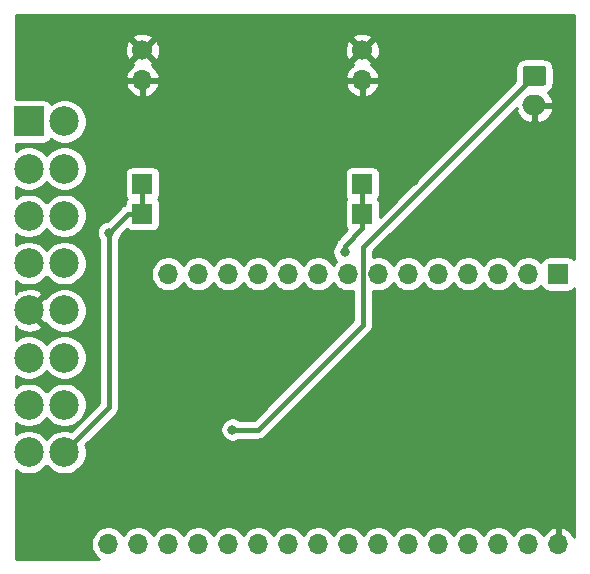
<source format=gbr>
%TF.GenerationSoftware,KiCad,Pcbnew,(5.1.10)-1*%
%TF.CreationDate,2021-07-24T11:50:19+02:00*%
%TF.ProjectId,pcb-esp32-power,7063622d-6573-4703-9332-2d706f776572,rev?*%
%TF.SameCoordinates,Original*%
%TF.FileFunction,Copper,L2,Bot*%
%TF.FilePolarity,Positive*%
%FSLAX46Y46*%
G04 Gerber Fmt 4.6, Leading zero omitted, Abs format (unit mm)*
G04 Created by KiCad (PCBNEW (5.1.10)-1) date 2021-07-24 11:50:19*
%MOMM*%
%LPD*%
G01*
G04 APERTURE LIST*
%TA.AperFunction,ComponentPad*%
%ADD10C,1.700000*%
%TD*%
%TA.AperFunction,ComponentPad*%
%ADD11O,1.700000X1.700000*%
%TD*%
%TA.AperFunction,ComponentPad*%
%ADD12R,1.700000X1.700000*%
%TD*%
%TA.AperFunction,ComponentPad*%
%ADD13O,2.000000X1.700000*%
%TD*%
%TA.AperFunction,ComponentPad*%
%ADD14R,2.500000X2.500000*%
%TD*%
%TA.AperFunction,ComponentPad*%
%ADD15C,2.500000*%
%TD*%
%TA.AperFunction,ViaPad*%
%ADD16C,0.800000*%
%TD*%
%TA.AperFunction,Conductor*%
%ADD17C,0.400000*%
%TD*%
%TA.AperFunction,Conductor*%
%ADD18C,0.254000*%
%TD*%
%TA.AperFunction,Conductor*%
%ADD19C,0.100000*%
%TD*%
G04 APERTURE END LIST*
D10*
%TO.P,U1,4*%
%TO.N,GND*%
X137766000Y-90282000D03*
D11*
%TO.P,U1,3*%
X137766000Y-92822000D03*
D10*
%TO.P,U1,8*%
X156366000Y-90282000D03*
D12*
%TO.P,U1,2*%
%TO.N,+12V*%
X137766000Y-101582000D03*
%TO.P,U1,6*%
%TO.N,5VIN*%
X156366000Y-101582000D03*
D11*
%TO.P,U1,7*%
%TO.N,GND*%
X156366000Y-92822000D03*
D12*
%TO.P,U1,1*%
%TO.N,+12V*%
X137766000Y-104122000D03*
%TO.P,U1,5*%
%TO.N,5VIN*%
X156366000Y-104122000D03*
%TD*%
%TO.P,J2,1*%
%TO.N,+BATT*%
%TA.AperFunction,ComponentPad*%
G36*
G01*
X170192000Y-91606000D02*
X171692000Y-91606000D01*
G75*
G02*
X171942000Y-91856000I0J-250000D01*
G01*
X171942000Y-93056000D01*
G75*
G02*
X171692000Y-93306000I-250000J0D01*
G01*
X170192000Y-93306000D01*
G75*
G02*
X169942000Y-93056000I0J250000D01*
G01*
X169942000Y-91856000D01*
G75*
G02*
X170192000Y-91606000I250000J0D01*
G01*
G37*
%TD.AperFunction*%
D13*
%TO.P,J2,2*%
%TO.N,GND*%
X170942000Y-94956000D03*
%TD*%
D12*
%TO.P,J3,1*%
%TO.N,+3V3*%
X172974000Y-109220000D03*
D11*
%TO.P,J3,2*%
%TO.N,Net-(J3-Pad2)*%
X170434000Y-109220000D03*
%TO.P,J3,3*%
%TO.N,Net-(J3-Pad3)*%
X167894000Y-109220000D03*
%TO.P,J3,4*%
%TO.N,Net-(J3-Pad4)*%
X165354000Y-109220000D03*
%TO.P,J3,5*%
%TO.N,Net-(J3-Pad5)*%
X162814000Y-109220000D03*
%TO.P,J3,6*%
%TO.N,EXTPOW*%
X160274000Y-109220000D03*
%TO.P,J3,7*%
%TO.N,Net-(J3-Pad7)*%
X157734000Y-109220000D03*
%TO.P,J3,8*%
%TO.N,Net-(J3-Pad8)*%
X155194000Y-109220000D03*
%TO.P,J3,9*%
%TO.N,Net-(J3-Pad9)*%
X152654000Y-109220000D03*
%TO.P,J3,10*%
%TO.N,Net-(J3-Pad10)*%
X150114000Y-109220000D03*
%TO.P,J3,11*%
%TO.N,INT*%
X147574000Y-109220000D03*
%TO.P,J3,12*%
%TO.N,Net-(J3-Pad12)*%
X145034000Y-109220000D03*
%TO.P,J3,13*%
%TO.N,Net-(J3-Pad13)*%
X142494000Y-109220000D03*
%TO.P,J3,14*%
%TO.N,Net-(J3-Pad14)*%
X139954000Y-109220000D03*
%TO.P,J3,15*%
%TO.N,CANH*%
X134874000Y-132080000D03*
%TO.P,J3,16*%
%TO.N,CANL*%
X137414000Y-132080000D03*
%TO.P,J3,17*%
%TO.N,Net-(J3-Pad17)*%
X139954000Y-132080000D03*
%TO.P,J3,18*%
%TO.N,Net-(J3-Pad18)*%
X142494000Y-132080000D03*
%TO.P,J3,19*%
%TO.N,Net-(J3-Pad19)*%
X145034000Y-132080000D03*
%TO.P,J3,20*%
%TO.N,Net-(J3-Pad20)*%
X147574000Y-132080000D03*
%TO.P,J3,21*%
%TO.N,Net-(J3-Pad21)*%
X150114000Y-132080000D03*
%TO.P,J3,22*%
%TO.N,Net-(J3-Pad22)*%
X152654000Y-132080000D03*
%TO.P,J3,23*%
%TO.N,Net-(J3-Pad23)*%
X155194000Y-132080000D03*
%TO.P,J3,24*%
%TO.N,Net-(J3-Pad24)*%
X157734000Y-132080000D03*
%TO.P,J3,25*%
%TO.N,SDA*%
X160274000Y-132080000D03*
%TO.P,J3,26*%
%TO.N,Net-(J3-Pad26)*%
X162814000Y-132080000D03*
%TO.P,J3,27*%
%TO.N,Net-(J3-Pad27)*%
X165354000Y-132080000D03*
%TO.P,J3,28*%
%TO.N,SCL*%
X167894000Y-132080000D03*
%TO.P,J3,29*%
%TO.N,Net-(J3-Pad29)*%
X170434000Y-132080000D03*
%TO.P,J3,30*%
%TO.N,GND*%
X172974000Y-132080000D03*
%TD*%
D14*
%TO.P,J1,1*%
%TO.N,Net-(J1-Pad1)*%
X128143000Y-96307000D03*
D15*
%TO.P,J1,2*%
%TO.N,Net-(J1-Pad2)*%
X128143000Y-100307000D03*
%TO.P,J1,3*%
%TO.N,Net-(J1-Pad3)*%
X128143000Y-104307000D03*
%TO.P,J1,4*%
%TO.N,Net-(J1-Pad4)*%
X128143000Y-108307000D03*
%TO.P,J1,5*%
%TO.N,GND*%
X128143000Y-112307000D03*
%TO.P,J1,6*%
%TO.N,CANH*%
X128143000Y-116307000D03*
%TO.P,J1,7*%
%TO.N,Net-(J1-Pad7)*%
X128143000Y-120307000D03*
%TO.P,J1,8*%
%TO.N,Net-(J1-Pad8)*%
X128143000Y-124307000D03*
%TO.P,J1,9*%
%TO.N,Net-(J1-Pad9)*%
X131143000Y-96307000D03*
%TO.P,J1,10*%
%TO.N,Net-(J1-Pad10)*%
X131143000Y-100307000D03*
%TO.P,J1,11*%
%TO.N,Net-(J1-Pad11)*%
X131143000Y-104307000D03*
%TO.P,J1,12*%
%TO.N,Net-(J1-Pad12)*%
X131143000Y-108307000D03*
%TO.P,J1,13*%
%TO.N,Net-(J1-Pad13)*%
X131143000Y-112307000D03*
%TO.P,J1,14*%
%TO.N,CANL*%
X131143000Y-116307000D03*
%TO.P,J1,15*%
%TO.N,Net-(J1-Pad15)*%
X131143000Y-120307000D03*
%TO.P,J1,16*%
%TO.N,+12V*%
X131143000Y-124307000D03*
%TD*%
D16*
%TO.N,+BATT*%
X145376900Y-122405200D03*
%TO.N,GND*%
X144907000Y-116052633D03*
X144907000Y-114935000D03*
X154870800Y-122680700D03*
X140551300Y-120206300D03*
X151892000Y-125006600D03*
X163131000Y-122783700D03*
X160724700Y-97586500D03*
X153930000Y-112274000D03*
X149617900Y-112149600D03*
X133924000Y-94052300D03*
X161443100Y-89651600D03*
X169658100Y-112289700D03*
X162052000Y-113450500D03*
X160724700Y-101321700D03*
X160731700Y-93825700D03*
X168815100Y-100285400D03*
X144907000Y-118287900D03*
X144907000Y-117170266D03*
X146177000Y-117170266D03*
X146177000Y-114935000D03*
X146177000Y-118287900D03*
X146177000Y-116052633D03*
%TO.N,+12V*%
X134927100Y-105726700D03*
%TO.N,5VIN*%
X154884000Y-107355700D03*
%TD*%
D17*
%TO.N,+BATT*%
X170942000Y-92456000D02*
X156464000Y-106934000D01*
X156464000Y-106934000D02*
X156464000Y-113507400D01*
X156464000Y-113507400D02*
X147566200Y-122405200D01*
X147566200Y-122405200D02*
X145376900Y-122405200D01*
%TO.N,+12V*%
X137766000Y-104122000D02*
X136515700Y-104122000D01*
X131143000Y-124307000D02*
X134927100Y-120522900D01*
X134927100Y-120522900D02*
X134927100Y-105726700D01*
X134927100Y-105726700D02*
X136515700Y-104138100D01*
X136515700Y-104138100D02*
X136515700Y-104122000D01*
X137766000Y-104122000D02*
X137766000Y-101582000D01*
%TO.N,5VIN*%
X156366000Y-104122000D02*
X156366000Y-105372300D01*
X156366000Y-105372300D02*
X154884000Y-106854300D01*
X154884000Y-106854300D02*
X154884000Y-107355700D01*
X156366000Y-104122000D02*
X156366000Y-101582000D01*
%TD*%
D18*
%TO.N,GND*%
X174340000Y-107997793D02*
X174275185Y-107918815D01*
X174178494Y-107839463D01*
X174068180Y-107780498D01*
X173948482Y-107744188D01*
X173824000Y-107731928D01*
X172124000Y-107731928D01*
X171999518Y-107744188D01*
X171879820Y-107780498D01*
X171769506Y-107839463D01*
X171672815Y-107918815D01*
X171593463Y-108015506D01*
X171534498Y-108125820D01*
X171512487Y-108198380D01*
X171380632Y-108066525D01*
X171137411Y-107904010D01*
X170867158Y-107792068D01*
X170580260Y-107735000D01*
X170287740Y-107735000D01*
X170000842Y-107792068D01*
X169730589Y-107904010D01*
X169487368Y-108066525D01*
X169280525Y-108273368D01*
X169164000Y-108447760D01*
X169047475Y-108273368D01*
X168840632Y-108066525D01*
X168597411Y-107904010D01*
X168327158Y-107792068D01*
X168040260Y-107735000D01*
X167747740Y-107735000D01*
X167460842Y-107792068D01*
X167190589Y-107904010D01*
X166947368Y-108066525D01*
X166740525Y-108273368D01*
X166624000Y-108447760D01*
X166507475Y-108273368D01*
X166300632Y-108066525D01*
X166057411Y-107904010D01*
X165787158Y-107792068D01*
X165500260Y-107735000D01*
X165207740Y-107735000D01*
X164920842Y-107792068D01*
X164650589Y-107904010D01*
X164407368Y-108066525D01*
X164200525Y-108273368D01*
X164084000Y-108447760D01*
X163967475Y-108273368D01*
X163760632Y-108066525D01*
X163517411Y-107904010D01*
X163247158Y-107792068D01*
X162960260Y-107735000D01*
X162667740Y-107735000D01*
X162380842Y-107792068D01*
X162110589Y-107904010D01*
X161867368Y-108066525D01*
X161660525Y-108273368D01*
X161544000Y-108447760D01*
X161427475Y-108273368D01*
X161220632Y-108066525D01*
X160977411Y-107904010D01*
X160707158Y-107792068D01*
X160420260Y-107735000D01*
X160127740Y-107735000D01*
X159840842Y-107792068D01*
X159570589Y-107904010D01*
X159327368Y-108066525D01*
X159120525Y-108273368D01*
X159004000Y-108447760D01*
X158887475Y-108273368D01*
X158680632Y-108066525D01*
X158437411Y-107904010D01*
X158167158Y-107792068D01*
X157880260Y-107735000D01*
X157587740Y-107735000D01*
X157300842Y-107792068D01*
X157299000Y-107792831D01*
X157299000Y-107279867D01*
X169445000Y-95133869D01*
X169350524Y-95312890D01*
X169352446Y-95325261D01*
X169452146Y-95599009D01*
X169603336Y-95848046D01*
X169800205Y-96062802D01*
X170035188Y-96235025D01*
X170299255Y-96358096D01*
X170582258Y-96427285D01*
X170815000Y-96283232D01*
X170815000Y-95083000D01*
X171069000Y-95083000D01*
X171069000Y-96283232D01*
X171301742Y-96427285D01*
X171584745Y-96358096D01*
X171848812Y-96235025D01*
X172083795Y-96062802D01*
X172280664Y-95848046D01*
X172431854Y-95599009D01*
X172531554Y-95325261D01*
X172533476Y-95312890D01*
X172412155Y-95083000D01*
X171069000Y-95083000D01*
X170815000Y-95083000D01*
X170795000Y-95083000D01*
X170795000Y-94829000D01*
X170815000Y-94829000D01*
X170815000Y-94809000D01*
X171069000Y-94809000D01*
X171069000Y-94829000D01*
X172412155Y-94829000D01*
X172533476Y-94599110D01*
X172531554Y-94586739D01*
X172431854Y-94312991D01*
X172280664Y-94063954D01*
X172083795Y-93849198D01*
X172083407Y-93848914D01*
X172185386Y-93794405D01*
X172319962Y-93683962D01*
X172430405Y-93549386D01*
X172512472Y-93395850D01*
X172563008Y-93229254D01*
X172580072Y-93056000D01*
X172580072Y-91856000D01*
X172563008Y-91682746D01*
X172512472Y-91516150D01*
X172430405Y-91362614D01*
X172319962Y-91228038D01*
X172185386Y-91117595D01*
X172031850Y-91035528D01*
X171865254Y-90984992D01*
X171692000Y-90967928D01*
X170192000Y-90967928D01*
X170018746Y-90984992D01*
X169852150Y-91035528D01*
X169698614Y-91117595D01*
X169564038Y-91228038D01*
X169453595Y-91362614D01*
X169371528Y-91516150D01*
X169320992Y-91682746D01*
X169303928Y-91856000D01*
X169303928Y-92913203D01*
X157854072Y-104363061D01*
X157854072Y-103272000D01*
X157841812Y-103147518D01*
X157805502Y-103027820D01*
X157746537Y-102917506D01*
X157692778Y-102852000D01*
X157746537Y-102786494D01*
X157805502Y-102676180D01*
X157841812Y-102556482D01*
X157854072Y-102432000D01*
X157854072Y-100732000D01*
X157841812Y-100607518D01*
X157805502Y-100487820D01*
X157746537Y-100377506D01*
X157667185Y-100280815D01*
X157570494Y-100201463D01*
X157460180Y-100142498D01*
X157340482Y-100106188D01*
X157216000Y-100093928D01*
X155516000Y-100093928D01*
X155391518Y-100106188D01*
X155271820Y-100142498D01*
X155161506Y-100201463D01*
X155064815Y-100280815D01*
X154985463Y-100377506D01*
X154926498Y-100487820D01*
X154890188Y-100607518D01*
X154877928Y-100732000D01*
X154877928Y-102432000D01*
X154890188Y-102556482D01*
X154926498Y-102676180D01*
X154985463Y-102786494D01*
X155039222Y-102852000D01*
X154985463Y-102917506D01*
X154926498Y-103027820D01*
X154890188Y-103147518D01*
X154877928Y-103272000D01*
X154877928Y-104972000D01*
X154890188Y-105096482D01*
X154926498Y-105216180D01*
X154985463Y-105326494D01*
X155064815Y-105423185D01*
X155102951Y-105454482D01*
X154322579Y-106234854D01*
X154290709Y-106261009D01*
X154187744Y-106386474D01*
X154186364Y-106388155D01*
X154108828Y-106533214D01*
X154061082Y-106690612D01*
X154057187Y-106730163D01*
X153966795Y-106865444D01*
X153888774Y-107053802D01*
X153849000Y-107253761D01*
X153849000Y-107457639D01*
X153888774Y-107657598D01*
X153966795Y-107845956D01*
X154080063Y-108015474D01*
X154189241Y-108124652D01*
X154040525Y-108273368D01*
X153924000Y-108447760D01*
X153807475Y-108273368D01*
X153600632Y-108066525D01*
X153357411Y-107904010D01*
X153087158Y-107792068D01*
X152800260Y-107735000D01*
X152507740Y-107735000D01*
X152220842Y-107792068D01*
X151950589Y-107904010D01*
X151707368Y-108066525D01*
X151500525Y-108273368D01*
X151384000Y-108447760D01*
X151267475Y-108273368D01*
X151060632Y-108066525D01*
X150817411Y-107904010D01*
X150547158Y-107792068D01*
X150260260Y-107735000D01*
X149967740Y-107735000D01*
X149680842Y-107792068D01*
X149410589Y-107904010D01*
X149167368Y-108066525D01*
X148960525Y-108273368D01*
X148844000Y-108447760D01*
X148727475Y-108273368D01*
X148520632Y-108066525D01*
X148277411Y-107904010D01*
X148007158Y-107792068D01*
X147720260Y-107735000D01*
X147427740Y-107735000D01*
X147140842Y-107792068D01*
X146870589Y-107904010D01*
X146627368Y-108066525D01*
X146420525Y-108273368D01*
X146304000Y-108447760D01*
X146187475Y-108273368D01*
X145980632Y-108066525D01*
X145737411Y-107904010D01*
X145467158Y-107792068D01*
X145180260Y-107735000D01*
X144887740Y-107735000D01*
X144600842Y-107792068D01*
X144330589Y-107904010D01*
X144087368Y-108066525D01*
X143880525Y-108273368D01*
X143764000Y-108447760D01*
X143647475Y-108273368D01*
X143440632Y-108066525D01*
X143197411Y-107904010D01*
X142927158Y-107792068D01*
X142640260Y-107735000D01*
X142347740Y-107735000D01*
X142060842Y-107792068D01*
X141790589Y-107904010D01*
X141547368Y-108066525D01*
X141340525Y-108273368D01*
X141224000Y-108447760D01*
X141107475Y-108273368D01*
X140900632Y-108066525D01*
X140657411Y-107904010D01*
X140387158Y-107792068D01*
X140100260Y-107735000D01*
X139807740Y-107735000D01*
X139520842Y-107792068D01*
X139250589Y-107904010D01*
X139007368Y-108066525D01*
X138800525Y-108273368D01*
X138638010Y-108516589D01*
X138526068Y-108786842D01*
X138469000Y-109073740D01*
X138469000Y-109366260D01*
X138526068Y-109653158D01*
X138638010Y-109923411D01*
X138800525Y-110166632D01*
X139007368Y-110373475D01*
X139250589Y-110535990D01*
X139520842Y-110647932D01*
X139807740Y-110705000D01*
X140100260Y-110705000D01*
X140387158Y-110647932D01*
X140657411Y-110535990D01*
X140900632Y-110373475D01*
X141107475Y-110166632D01*
X141224000Y-109992240D01*
X141340525Y-110166632D01*
X141547368Y-110373475D01*
X141790589Y-110535990D01*
X142060842Y-110647932D01*
X142347740Y-110705000D01*
X142640260Y-110705000D01*
X142927158Y-110647932D01*
X143197411Y-110535990D01*
X143440632Y-110373475D01*
X143647475Y-110166632D01*
X143764000Y-109992240D01*
X143880525Y-110166632D01*
X144087368Y-110373475D01*
X144330589Y-110535990D01*
X144600842Y-110647932D01*
X144887740Y-110705000D01*
X145180260Y-110705000D01*
X145467158Y-110647932D01*
X145737411Y-110535990D01*
X145980632Y-110373475D01*
X146187475Y-110166632D01*
X146304000Y-109992240D01*
X146420525Y-110166632D01*
X146627368Y-110373475D01*
X146870589Y-110535990D01*
X147140842Y-110647932D01*
X147427740Y-110705000D01*
X147720260Y-110705000D01*
X148007158Y-110647932D01*
X148277411Y-110535990D01*
X148520632Y-110373475D01*
X148727475Y-110166632D01*
X148844000Y-109992240D01*
X148960525Y-110166632D01*
X149167368Y-110373475D01*
X149410589Y-110535990D01*
X149680842Y-110647932D01*
X149967740Y-110705000D01*
X150260260Y-110705000D01*
X150547158Y-110647932D01*
X150817411Y-110535990D01*
X151060632Y-110373475D01*
X151267475Y-110166632D01*
X151384000Y-109992240D01*
X151500525Y-110166632D01*
X151707368Y-110373475D01*
X151950589Y-110535990D01*
X152220842Y-110647932D01*
X152507740Y-110705000D01*
X152800260Y-110705000D01*
X153087158Y-110647932D01*
X153357411Y-110535990D01*
X153600632Y-110373475D01*
X153807475Y-110166632D01*
X153924000Y-109992240D01*
X154040525Y-110166632D01*
X154247368Y-110373475D01*
X154490589Y-110535990D01*
X154760842Y-110647932D01*
X155047740Y-110705000D01*
X155340260Y-110705000D01*
X155627158Y-110647932D01*
X155629001Y-110647169D01*
X155629001Y-113161531D01*
X147220333Y-121570200D01*
X145990185Y-121570200D01*
X145867156Y-121487995D01*
X145678798Y-121409974D01*
X145478839Y-121370200D01*
X145274961Y-121370200D01*
X145075002Y-121409974D01*
X144886644Y-121487995D01*
X144717126Y-121601263D01*
X144572963Y-121745426D01*
X144459695Y-121914944D01*
X144381674Y-122103302D01*
X144341900Y-122303261D01*
X144341900Y-122507139D01*
X144381674Y-122707098D01*
X144459695Y-122895456D01*
X144572963Y-123064974D01*
X144717126Y-123209137D01*
X144886644Y-123322405D01*
X145075002Y-123400426D01*
X145274961Y-123440200D01*
X145478839Y-123440200D01*
X145678798Y-123400426D01*
X145867156Y-123322405D01*
X145990185Y-123240200D01*
X147525182Y-123240200D01*
X147566200Y-123244240D01*
X147607218Y-123240200D01*
X147607219Y-123240200D01*
X147729889Y-123228118D01*
X147887287Y-123180372D01*
X148032346Y-123102836D01*
X148159491Y-122998491D01*
X148185646Y-122966621D01*
X157025427Y-114126841D01*
X157057291Y-114100691D01*
X157161636Y-113973546D01*
X157239172Y-113828487D01*
X157286918Y-113671089D01*
X157299000Y-113548419D01*
X157299000Y-113548409D01*
X157303039Y-113507401D01*
X157299000Y-113466393D01*
X157299000Y-110647169D01*
X157300842Y-110647932D01*
X157587740Y-110705000D01*
X157880260Y-110705000D01*
X158167158Y-110647932D01*
X158437411Y-110535990D01*
X158680632Y-110373475D01*
X158887475Y-110166632D01*
X159004000Y-109992240D01*
X159120525Y-110166632D01*
X159327368Y-110373475D01*
X159570589Y-110535990D01*
X159840842Y-110647932D01*
X160127740Y-110705000D01*
X160420260Y-110705000D01*
X160707158Y-110647932D01*
X160977411Y-110535990D01*
X161220632Y-110373475D01*
X161427475Y-110166632D01*
X161544000Y-109992240D01*
X161660525Y-110166632D01*
X161867368Y-110373475D01*
X162110589Y-110535990D01*
X162380842Y-110647932D01*
X162667740Y-110705000D01*
X162960260Y-110705000D01*
X163247158Y-110647932D01*
X163517411Y-110535990D01*
X163760632Y-110373475D01*
X163967475Y-110166632D01*
X164084000Y-109992240D01*
X164200525Y-110166632D01*
X164407368Y-110373475D01*
X164650589Y-110535990D01*
X164920842Y-110647932D01*
X165207740Y-110705000D01*
X165500260Y-110705000D01*
X165787158Y-110647932D01*
X166057411Y-110535990D01*
X166300632Y-110373475D01*
X166507475Y-110166632D01*
X166624000Y-109992240D01*
X166740525Y-110166632D01*
X166947368Y-110373475D01*
X167190589Y-110535990D01*
X167460842Y-110647932D01*
X167747740Y-110705000D01*
X168040260Y-110705000D01*
X168327158Y-110647932D01*
X168597411Y-110535990D01*
X168840632Y-110373475D01*
X169047475Y-110166632D01*
X169164000Y-109992240D01*
X169280525Y-110166632D01*
X169487368Y-110373475D01*
X169730589Y-110535990D01*
X170000842Y-110647932D01*
X170287740Y-110705000D01*
X170580260Y-110705000D01*
X170867158Y-110647932D01*
X171137411Y-110535990D01*
X171380632Y-110373475D01*
X171512487Y-110241620D01*
X171534498Y-110314180D01*
X171593463Y-110424494D01*
X171672815Y-110521185D01*
X171769506Y-110600537D01*
X171879820Y-110659502D01*
X171999518Y-110695812D01*
X172124000Y-110708072D01*
X173824000Y-110708072D01*
X173948482Y-110695812D01*
X174068180Y-110659502D01*
X174178494Y-110600537D01*
X174275185Y-110521185D01*
X174340001Y-110442207D01*
X174340001Y-131510327D01*
X174318157Y-131448748D01*
X174169178Y-131198645D01*
X173974269Y-130982412D01*
X173740920Y-130808359D01*
X173478099Y-130683175D01*
X173330890Y-130638524D01*
X173101000Y-130759845D01*
X173101000Y-131953000D01*
X173121000Y-131953000D01*
X173121000Y-132207000D01*
X173101000Y-132207000D01*
X173101000Y-132227000D01*
X172847000Y-132227000D01*
X172847000Y-132207000D01*
X172827000Y-132207000D01*
X172827000Y-131953000D01*
X172847000Y-131953000D01*
X172847000Y-130759845D01*
X172617110Y-130638524D01*
X172469901Y-130683175D01*
X172207080Y-130808359D01*
X171973731Y-130982412D01*
X171778822Y-131198645D01*
X171709195Y-131315534D01*
X171587475Y-131133368D01*
X171380632Y-130926525D01*
X171137411Y-130764010D01*
X170867158Y-130652068D01*
X170580260Y-130595000D01*
X170287740Y-130595000D01*
X170000842Y-130652068D01*
X169730589Y-130764010D01*
X169487368Y-130926525D01*
X169280525Y-131133368D01*
X169164000Y-131307760D01*
X169047475Y-131133368D01*
X168840632Y-130926525D01*
X168597411Y-130764010D01*
X168327158Y-130652068D01*
X168040260Y-130595000D01*
X167747740Y-130595000D01*
X167460842Y-130652068D01*
X167190589Y-130764010D01*
X166947368Y-130926525D01*
X166740525Y-131133368D01*
X166624000Y-131307760D01*
X166507475Y-131133368D01*
X166300632Y-130926525D01*
X166057411Y-130764010D01*
X165787158Y-130652068D01*
X165500260Y-130595000D01*
X165207740Y-130595000D01*
X164920842Y-130652068D01*
X164650589Y-130764010D01*
X164407368Y-130926525D01*
X164200525Y-131133368D01*
X164084000Y-131307760D01*
X163967475Y-131133368D01*
X163760632Y-130926525D01*
X163517411Y-130764010D01*
X163247158Y-130652068D01*
X162960260Y-130595000D01*
X162667740Y-130595000D01*
X162380842Y-130652068D01*
X162110589Y-130764010D01*
X161867368Y-130926525D01*
X161660525Y-131133368D01*
X161544000Y-131307760D01*
X161427475Y-131133368D01*
X161220632Y-130926525D01*
X160977411Y-130764010D01*
X160707158Y-130652068D01*
X160420260Y-130595000D01*
X160127740Y-130595000D01*
X159840842Y-130652068D01*
X159570589Y-130764010D01*
X159327368Y-130926525D01*
X159120525Y-131133368D01*
X159004000Y-131307760D01*
X158887475Y-131133368D01*
X158680632Y-130926525D01*
X158437411Y-130764010D01*
X158167158Y-130652068D01*
X157880260Y-130595000D01*
X157587740Y-130595000D01*
X157300842Y-130652068D01*
X157030589Y-130764010D01*
X156787368Y-130926525D01*
X156580525Y-131133368D01*
X156464000Y-131307760D01*
X156347475Y-131133368D01*
X156140632Y-130926525D01*
X155897411Y-130764010D01*
X155627158Y-130652068D01*
X155340260Y-130595000D01*
X155047740Y-130595000D01*
X154760842Y-130652068D01*
X154490589Y-130764010D01*
X154247368Y-130926525D01*
X154040525Y-131133368D01*
X153924000Y-131307760D01*
X153807475Y-131133368D01*
X153600632Y-130926525D01*
X153357411Y-130764010D01*
X153087158Y-130652068D01*
X152800260Y-130595000D01*
X152507740Y-130595000D01*
X152220842Y-130652068D01*
X151950589Y-130764010D01*
X151707368Y-130926525D01*
X151500525Y-131133368D01*
X151384000Y-131307760D01*
X151267475Y-131133368D01*
X151060632Y-130926525D01*
X150817411Y-130764010D01*
X150547158Y-130652068D01*
X150260260Y-130595000D01*
X149967740Y-130595000D01*
X149680842Y-130652068D01*
X149410589Y-130764010D01*
X149167368Y-130926525D01*
X148960525Y-131133368D01*
X148844000Y-131307760D01*
X148727475Y-131133368D01*
X148520632Y-130926525D01*
X148277411Y-130764010D01*
X148007158Y-130652068D01*
X147720260Y-130595000D01*
X147427740Y-130595000D01*
X147140842Y-130652068D01*
X146870589Y-130764010D01*
X146627368Y-130926525D01*
X146420525Y-131133368D01*
X146304000Y-131307760D01*
X146187475Y-131133368D01*
X145980632Y-130926525D01*
X145737411Y-130764010D01*
X145467158Y-130652068D01*
X145180260Y-130595000D01*
X144887740Y-130595000D01*
X144600842Y-130652068D01*
X144330589Y-130764010D01*
X144087368Y-130926525D01*
X143880525Y-131133368D01*
X143764000Y-131307760D01*
X143647475Y-131133368D01*
X143440632Y-130926525D01*
X143197411Y-130764010D01*
X142927158Y-130652068D01*
X142640260Y-130595000D01*
X142347740Y-130595000D01*
X142060842Y-130652068D01*
X141790589Y-130764010D01*
X141547368Y-130926525D01*
X141340525Y-131133368D01*
X141224000Y-131307760D01*
X141107475Y-131133368D01*
X140900632Y-130926525D01*
X140657411Y-130764010D01*
X140387158Y-130652068D01*
X140100260Y-130595000D01*
X139807740Y-130595000D01*
X139520842Y-130652068D01*
X139250589Y-130764010D01*
X139007368Y-130926525D01*
X138800525Y-131133368D01*
X138684000Y-131307760D01*
X138567475Y-131133368D01*
X138360632Y-130926525D01*
X138117411Y-130764010D01*
X137847158Y-130652068D01*
X137560260Y-130595000D01*
X137267740Y-130595000D01*
X136980842Y-130652068D01*
X136710589Y-130764010D01*
X136467368Y-130926525D01*
X136260525Y-131133368D01*
X136144000Y-131307760D01*
X136027475Y-131133368D01*
X135820632Y-130926525D01*
X135577411Y-130764010D01*
X135307158Y-130652068D01*
X135020260Y-130595000D01*
X134727740Y-130595000D01*
X134440842Y-130652068D01*
X134170589Y-130764010D01*
X133927368Y-130926525D01*
X133720525Y-131133368D01*
X133558010Y-131376589D01*
X133446068Y-131646842D01*
X133389000Y-131933740D01*
X133389000Y-132226260D01*
X133446068Y-132513158D01*
X133558010Y-132783411D01*
X133720525Y-133026632D01*
X133927368Y-133233475D01*
X134086794Y-133340000D01*
X127025000Y-133340000D01*
X127025000Y-125827047D01*
X127250118Y-125977466D01*
X127593166Y-126119561D01*
X127957344Y-126192000D01*
X128328656Y-126192000D01*
X128692834Y-126119561D01*
X129035882Y-125977466D01*
X129344618Y-125771175D01*
X129607175Y-125508618D01*
X129643000Y-125455002D01*
X129678825Y-125508618D01*
X129941382Y-125771175D01*
X130250118Y-125977466D01*
X130593166Y-126119561D01*
X130957344Y-126192000D01*
X131328656Y-126192000D01*
X131692834Y-126119561D01*
X132035882Y-125977466D01*
X132344618Y-125771175D01*
X132607175Y-125508618D01*
X132813466Y-125199882D01*
X132955561Y-124856834D01*
X133028000Y-124492656D01*
X133028000Y-124121344D01*
X132955561Y-123757166D01*
X132931585Y-123699283D01*
X135488533Y-121142336D01*
X135520391Y-121116191D01*
X135624736Y-120989046D01*
X135702272Y-120843987D01*
X135750018Y-120686589D01*
X135762100Y-120563919D01*
X135762100Y-120563918D01*
X135766140Y-120522900D01*
X135762100Y-120481882D01*
X135762100Y-106339985D01*
X135844305Y-106216956D01*
X135922326Y-106028598D01*
X135951193Y-105883475D01*
X136440775Y-105393893D01*
X136464815Y-105423185D01*
X136561506Y-105502537D01*
X136671820Y-105561502D01*
X136791518Y-105597812D01*
X136916000Y-105610072D01*
X138616000Y-105610072D01*
X138740482Y-105597812D01*
X138860180Y-105561502D01*
X138970494Y-105502537D01*
X139067185Y-105423185D01*
X139146537Y-105326494D01*
X139205502Y-105216180D01*
X139241812Y-105096482D01*
X139254072Y-104972000D01*
X139254072Y-103272000D01*
X139241812Y-103147518D01*
X139205502Y-103027820D01*
X139146537Y-102917506D01*
X139092778Y-102852000D01*
X139146537Y-102786494D01*
X139205502Y-102676180D01*
X139241812Y-102556482D01*
X139254072Y-102432000D01*
X139254072Y-100732000D01*
X139241812Y-100607518D01*
X139205502Y-100487820D01*
X139146537Y-100377506D01*
X139067185Y-100280815D01*
X138970494Y-100201463D01*
X138860180Y-100142498D01*
X138740482Y-100106188D01*
X138616000Y-100093928D01*
X136916000Y-100093928D01*
X136791518Y-100106188D01*
X136671820Y-100142498D01*
X136561506Y-100201463D01*
X136464815Y-100280815D01*
X136385463Y-100377506D01*
X136326498Y-100487820D01*
X136290188Y-100607518D01*
X136277928Y-100732000D01*
X136277928Y-102432000D01*
X136290188Y-102556482D01*
X136326498Y-102676180D01*
X136385463Y-102786494D01*
X136439222Y-102852000D01*
X136385463Y-102917506D01*
X136326498Y-103027820D01*
X136290188Y-103147518D01*
X136277928Y-103272000D01*
X136277928Y-103321555D01*
X136194613Y-103346828D01*
X136049554Y-103424364D01*
X135922409Y-103528709D01*
X135822580Y-103650351D01*
X134770325Y-104702607D01*
X134625202Y-104731474D01*
X134436844Y-104809495D01*
X134267326Y-104922763D01*
X134123163Y-105066926D01*
X134009895Y-105236444D01*
X133931874Y-105424802D01*
X133892100Y-105624761D01*
X133892100Y-105828639D01*
X133931874Y-106028598D01*
X134009895Y-106216956D01*
X134092101Y-106339986D01*
X134092100Y-120177031D01*
X131750717Y-122518415D01*
X131692834Y-122494439D01*
X131328656Y-122422000D01*
X130957344Y-122422000D01*
X130593166Y-122494439D01*
X130250118Y-122636534D01*
X129941382Y-122842825D01*
X129678825Y-123105382D01*
X129643000Y-123158998D01*
X129607175Y-123105382D01*
X129344618Y-122842825D01*
X129035882Y-122636534D01*
X128692834Y-122494439D01*
X128328656Y-122422000D01*
X127957344Y-122422000D01*
X127593166Y-122494439D01*
X127250118Y-122636534D01*
X127025000Y-122786953D01*
X127025000Y-121827047D01*
X127250118Y-121977466D01*
X127593166Y-122119561D01*
X127957344Y-122192000D01*
X128328656Y-122192000D01*
X128692834Y-122119561D01*
X129035882Y-121977466D01*
X129344618Y-121771175D01*
X129607175Y-121508618D01*
X129643000Y-121455002D01*
X129678825Y-121508618D01*
X129941382Y-121771175D01*
X130250118Y-121977466D01*
X130593166Y-122119561D01*
X130957344Y-122192000D01*
X131328656Y-122192000D01*
X131692834Y-122119561D01*
X132035882Y-121977466D01*
X132344618Y-121771175D01*
X132607175Y-121508618D01*
X132813466Y-121199882D01*
X132955561Y-120856834D01*
X133028000Y-120492656D01*
X133028000Y-120121344D01*
X132955561Y-119757166D01*
X132813466Y-119414118D01*
X132607175Y-119105382D01*
X132344618Y-118842825D01*
X132035882Y-118636534D01*
X131692834Y-118494439D01*
X131328656Y-118422000D01*
X130957344Y-118422000D01*
X130593166Y-118494439D01*
X130250118Y-118636534D01*
X129941382Y-118842825D01*
X129678825Y-119105382D01*
X129643000Y-119158998D01*
X129607175Y-119105382D01*
X129344618Y-118842825D01*
X129035882Y-118636534D01*
X128692834Y-118494439D01*
X128328656Y-118422000D01*
X127957344Y-118422000D01*
X127593166Y-118494439D01*
X127250118Y-118636534D01*
X127025000Y-118786953D01*
X127025000Y-117827047D01*
X127250118Y-117977466D01*
X127593166Y-118119561D01*
X127957344Y-118192000D01*
X128328656Y-118192000D01*
X128692834Y-118119561D01*
X129035882Y-117977466D01*
X129344618Y-117771175D01*
X129607175Y-117508618D01*
X129643000Y-117455002D01*
X129678825Y-117508618D01*
X129941382Y-117771175D01*
X130250118Y-117977466D01*
X130593166Y-118119561D01*
X130957344Y-118192000D01*
X131328656Y-118192000D01*
X131692834Y-118119561D01*
X132035882Y-117977466D01*
X132344618Y-117771175D01*
X132607175Y-117508618D01*
X132813466Y-117199882D01*
X132955561Y-116856834D01*
X133028000Y-116492656D01*
X133028000Y-116121344D01*
X132955561Y-115757166D01*
X132813466Y-115414118D01*
X132607175Y-115105382D01*
X132344618Y-114842825D01*
X132035882Y-114636534D01*
X131692834Y-114494439D01*
X131328656Y-114422000D01*
X130957344Y-114422000D01*
X130593166Y-114494439D01*
X130250118Y-114636534D01*
X129941382Y-114842825D01*
X129678825Y-115105382D01*
X129643000Y-115158998D01*
X129607175Y-115105382D01*
X129344618Y-114842825D01*
X129035882Y-114636534D01*
X128692834Y-114494439D01*
X128328656Y-114422000D01*
X127957344Y-114422000D01*
X127593166Y-114494439D01*
X127250118Y-114636534D01*
X127025000Y-114786953D01*
X127025000Y-113657452D01*
X127134914Y-113910577D01*
X127467126Y-114076433D01*
X127825312Y-114174290D01*
X128195706Y-114200389D01*
X128564075Y-114153725D01*
X128916262Y-114036094D01*
X129151086Y-113910577D01*
X129277000Y-113620605D01*
X128143000Y-112486605D01*
X128128858Y-112500748D01*
X127949253Y-112321143D01*
X127963395Y-112307000D01*
X128322605Y-112307000D01*
X129456605Y-113441000D01*
X129593829Y-113381413D01*
X129678825Y-113508618D01*
X129941382Y-113771175D01*
X130250118Y-113977466D01*
X130593166Y-114119561D01*
X130957344Y-114192000D01*
X131328656Y-114192000D01*
X131692834Y-114119561D01*
X132035882Y-113977466D01*
X132344618Y-113771175D01*
X132607175Y-113508618D01*
X132813466Y-113199882D01*
X132955561Y-112856834D01*
X133028000Y-112492656D01*
X133028000Y-112121344D01*
X132955561Y-111757166D01*
X132813466Y-111414118D01*
X132607175Y-111105382D01*
X132344618Y-110842825D01*
X132035882Y-110636534D01*
X131692834Y-110494439D01*
X131328656Y-110422000D01*
X130957344Y-110422000D01*
X130593166Y-110494439D01*
X130250118Y-110636534D01*
X129941382Y-110842825D01*
X129678825Y-111105382D01*
X129593829Y-111232587D01*
X129456605Y-111173000D01*
X128322605Y-112307000D01*
X127963395Y-112307000D01*
X127949253Y-112292858D01*
X128128858Y-112113253D01*
X128143000Y-112127395D01*
X129277000Y-110993395D01*
X129151086Y-110703423D01*
X128818874Y-110537567D01*
X128460688Y-110439710D01*
X128090294Y-110413611D01*
X127721925Y-110460275D01*
X127369738Y-110577906D01*
X127134914Y-110703423D01*
X127025000Y-110956548D01*
X127025000Y-109827047D01*
X127250118Y-109977466D01*
X127593166Y-110119561D01*
X127957344Y-110192000D01*
X128328656Y-110192000D01*
X128692834Y-110119561D01*
X129035882Y-109977466D01*
X129344618Y-109771175D01*
X129607175Y-109508618D01*
X129643000Y-109455002D01*
X129678825Y-109508618D01*
X129941382Y-109771175D01*
X130250118Y-109977466D01*
X130593166Y-110119561D01*
X130957344Y-110192000D01*
X131328656Y-110192000D01*
X131692834Y-110119561D01*
X132035882Y-109977466D01*
X132344618Y-109771175D01*
X132607175Y-109508618D01*
X132813466Y-109199882D01*
X132955561Y-108856834D01*
X133028000Y-108492656D01*
X133028000Y-108121344D01*
X132955561Y-107757166D01*
X132813466Y-107414118D01*
X132607175Y-107105382D01*
X132344618Y-106842825D01*
X132035882Y-106636534D01*
X131692834Y-106494439D01*
X131328656Y-106422000D01*
X130957344Y-106422000D01*
X130593166Y-106494439D01*
X130250118Y-106636534D01*
X129941382Y-106842825D01*
X129678825Y-107105382D01*
X129643000Y-107158998D01*
X129607175Y-107105382D01*
X129344618Y-106842825D01*
X129035882Y-106636534D01*
X128692834Y-106494439D01*
X128328656Y-106422000D01*
X127957344Y-106422000D01*
X127593166Y-106494439D01*
X127250118Y-106636534D01*
X127025000Y-106786953D01*
X127025000Y-105827047D01*
X127250118Y-105977466D01*
X127593166Y-106119561D01*
X127957344Y-106192000D01*
X128328656Y-106192000D01*
X128692834Y-106119561D01*
X129035882Y-105977466D01*
X129344618Y-105771175D01*
X129607175Y-105508618D01*
X129643000Y-105455002D01*
X129678825Y-105508618D01*
X129941382Y-105771175D01*
X130250118Y-105977466D01*
X130593166Y-106119561D01*
X130957344Y-106192000D01*
X131328656Y-106192000D01*
X131692834Y-106119561D01*
X132035882Y-105977466D01*
X132344618Y-105771175D01*
X132607175Y-105508618D01*
X132813466Y-105199882D01*
X132955561Y-104856834D01*
X133028000Y-104492656D01*
X133028000Y-104121344D01*
X132955561Y-103757166D01*
X132813466Y-103414118D01*
X132607175Y-103105382D01*
X132344618Y-102842825D01*
X132035882Y-102636534D01*
X131692834Y-102494439D01*
X131328656Y-102422000D01*
X130957344Y-102422000D01*
X130593166Y-102494439D01*
X130250118Y-102636534D01*
X129941382Y-102842825D01*
X129678825Y-103105382D01*
X129643000Y-103158998D01*
X129607175Y-103105382D01*
X129344618Y-102842825D01*
X129035882Y-102636534D01*
X128692834Y-102494439D01*
X128328656Y-102422000D01*
X127957344Y-102422000D01*
X127593166Y-102494439D01*
X127250118Y-102636534D01*
X127025000Y-102786953D01*
X127025000Y-101827047D01*
X127250118Y-101977466D01*
X127593166Y-102119561D01*
X127957344Y-102192000D01*
X128328656Y-102192000D01*
X128692834Y-102119561D01*
X129035882Y-101977466D01*
X129344618Y-101771175D01*
X129607175Y-101508618D01*
X129643000Y-101455002D01*
X129678825Y-101508618D01*
X129941382Y-101771175D01*
X130250118Y-101977466D01*
X130593166Y-102119561D01*
X130957344Y-102192000D01*
X131328656Y-102192000D01*
X131692834Y-102119561D01*
X132035882Y-101977466D01*
X132344618Y-101771175D01*
X132607175Y-101508618D01*
X132813466Y-101199882D01*
X132955561Y-100856834D01*
X133028000Y-100492656D01*
X133028000Y-100121344D01*
X132955561Y-99757166D01*
X132813466Y-99414118D01*
X132607175Y-99105382D01*
X132344618Y-98842825D01*
X132035882Y-98636534D01*
X131692834Y-98494439D01*
X131328656Y-98422000D01*
X130957344Y-98422000D01*
X130593166Y-98494439D01*
X130250118Y-98636534D01*
X129941382Y-98842825D01*
X129678825Y-99105382D01*
X129643000Y-99158998D01*
X129607175Y-99105382D01*
X129344618Y-98842825D01*
X129035882Y-98636534D01*
X128692834Y-98494439D01*
X128328656Y-98422000D01*
X127957344Y-98422000D01*
X127593166Y-98494439D01*
X127250118Y-98636534D01*
X127025000Y-98786953D01*
X127025000Y-98195072D01*
X129393000Y-98195072D01*
X129517482Y-98182812D01*
X129637180Y-98146502D01*
X129747494Y-98087537D01*
X129844185Y-98008185D01*
X129923537Y-97911494D01*
X129982502Y-97801180D01*
X129983140Y-97799077D01*
X130250118Y-97977466D01*
X130593166Y-98119561D01*
X130957344Y-98192000D01*
X131328656Y-98192000D01*
X131692834Y-98119561D01*
X132035882Y-97977466D01*
X132344618Y-97771175D01*
X132607175Y-97508618D01*
X132813466Y-97199882D01*
X132955561Y-96856834D01*
X133028000Y-96492656D01*
X133028000Y-96121344D01*
X132955561Y-95757166D01*
X132813466Y-95414118D01*
X132607175Y-95105382D01*
X132344618Y-94842825D01*
X132035882Y-94636534D01*
X131692834Y-94494439D01*
X131328656Y-94422000D01*
X130957344Y-94422000D01*
X130593166Y-94494439D01*
X130250118Y-94636534D01*
X129983140Y-94814923D01*
X129982502Y-94812820D01*
X129923537Y-94702506D01*
X129844185Y-94605815D01*
X129747494Y-94526463D01*
X129637180Y-94467498D01*
X129517482Y-94431188D01*
X129393000Y-94418928D01*
X127025000Y-94418928D01*
X127025000Y-93178890D01*
X136324524Y-93178890D01*
X136369175Y-93326099D01*
X136494359Y-93588920D01*
X136668412Y-93822269D01*
X136884645Y-94017178D01*
X137134748Y-94166157D01*
X137409109Y-94263481D01*
X137639000Y-94142814D01*
X137639000Y-92949000D01*
X137893000Y-92949000D01*
X137893000Y-94142814D01*
X138122891Y-94263481D01*
X138397252Y-94166157D01*
X138647355Y-94017178D01*
X138863588Y-93822269D01*
X139037641Y-93588920D01*
X139162825Y-93326099D01*
X139207476Y-93178890D01*
X154924524Y-93178890D01*
X154969175Y-93326099D01*
X155094359Y-93588920D01*
X155268412Y-93822269D01*
X155484645Y-94017178D01*
X155734748Y-94166157D01*
X156009109Y-94263481D01*
X156239000Y-94142814D01*
X156239000Y-92949000D01*
X156493000Y-92949000D01*
X156493000Y-94142814D01*
X156722891Y-94263481D01*
X156997252Y-94166157D01*
X157247355Y-94017178D01*
X157463588Y-93822269D01*
X157637641Y-93588920D01*
X157762825Y-93326099D01*
X157807476Y-93178890D01*
X157686155Y-92949000D01*
X156493000Y-92949000D01*
X156239000Y-92949000D01*
X155045845Y-92949000D01*
X154924524Y-93178890D01*
X139207476Y-93178890D01*
X139086155Y-92949000D01*
X137893000Y-92949000D01*
X137639000Y-92949000D01*
X136445845Y-92949000D01*
X136324524Y-93178890D01*
X127025000Y-93178890D01*
X127025000Y-92465110D01*
X136324524Y-92465110D01*
X136445845Y-92695000D01*
X137639000Y-92695000D01*
X137639000Y-92675000D01*
X137893000Y-92675000D01*
X137893000Y-92695000D01*
X139086155Y-92695000D01*
X139207476Y-92465110D01*
X154924524Y-92465110D01*
X155045845Y-92695000D01*
X156239000Y-92695000D01*
X156239000Y-92675000D01*
X156493000Y-92675000D01*
X156493000Y-92695000D01*
X157686155Y-92695000D01*
X157807476Y-92465110D01*
X157762825Y-92317901D01*
X157637641Y-92055080D01*
X157463588Y-91821731D01*
X157247355Y-91626822D01*
X157135645Y-91560280D01*
X157137157Y-91559472D01*
X157214792Y-91310397D01*
X156366000Y-90461605D01*
X155517208Y-91310397D01*
X155594843Y-91559472D01*
X155596436Y-91560231D01*
X155484645Y-91626822D01*
X155268412Y-91821731D01*
X155094359Y-92055080D01*
X154969175Y-92317901D01*
X154924524Y-92465110D01*
X139207476Y-92465110D01*
X139162825Y-92317901D01*
X139037641Y-92055080D01*
X138863588Y-91821731D01*
X138647355Y-91626822D01*
X138535645Y-91560280D01*
X138537157Y-91559472D01*
X138614792Y-91310397D01*
X137766000Y-90461605D01*
X136917208Y-91310397D01*
X136994843Y-91559472D01*
X136996436Y-91560231D01*
X136884645Y-91626822D01*
X136668412Y-91821731D01*
X136494359Y-92055080D01*
X136369175Y-92317901D01*
X136324524Y-92465110D01*
X127025000Y-92465110D01*
X127025000Y-90350531D01*
X136275389Y-90350531D01*
X136317401Y-90640019D01*
X136415081Y-90915747D01*
X136488528Y-91053157D01*
X136737603Y-91130792D01*
X137586395Y-90282000D01*
X137945605Y-90282000D01*
X138794397Y-91130792D01*
X139043472Y-91053157D01*
X139169371Y-90789117D01*
X139241339Y-90505589D01*
X139249445Y-90350531D01*
X154875389Y-90350531D01*
X154917401Y-90640019D01*
X155015081Y-90915747D01*
X155088528Y-91053157D01*
X155337603Y-91130792D01*
X156186395Y-90282000D01*
X156545605Y-90282000D01*
X157394397Y-91130792D01*
X157643472Y-91053157D01*
X157769371Y-90789117D01*
X157841339Y-90505589D01*
X157856611Y-90213469D01*
X157814599Y-89923981D01*
X157716919Y-89648253D01*
X157643472Y-89510843D01*
X157394397Y-89433208D01*
X156545605Y-90282000D01*
X156186395Y-90282000D01*
X155337603Y-89433208D01*
X155088528Y-89510843D01*
X154962629Y-89774883D01*
X154890661Y-90058411D01*
X154875389Y-90350531D01*
X139249445Y-90350531D01*
X139256611Y-90213469D01*
X139214599Y-89923981D01*
X139116919Y-89648253D01*
X139043472Y-89510843D01*
X138794397Y-89433208D01*
X137945605Y-90282000D01*
X137586395Y-90282000D01*
X136737603Y-89433208D01*
X136488528Y-89510843D01*
X136362629Y-89774883D01*
X136290661Y-90058411D01*
X136275389Y-90350531D01*
X127025000Y-90350531D01*
X127025000Y-89253603D01*
X136917208Y-89253603D01*
X137766000Y-90102395D01*
X138614792Y-89253603D01*
X155517208Y-89253603D01*
X156366000Y-90102395D01*
X157214792Y-89253603D01*
X157137157Y-89004528D01*
X156873117Y-88878629D01*
X156589589Y-88806661D01*
X156297469Y-88791389D01*
X156007981Y-88833401D01*
X155732253Y-88931081D01*
X155594843Y-89004528D01*
X155517208Y-89253603D01*
X138614792Y-89253603D01*
X138537157Y-89004528D01*
X138273117Y-88878629D01*
X137989589Y-88806661D01*
X137697469Y-88791389D01*
X137407981Y-88833401D01*
X137132253Y-88931081D01*
X136994843Y-89004528D01*
X136917208Y-89253603D01*
X127025000Y-89253603D01*
X127025000Y-87274000D01*
X174340000Y-87274000D01*
X174340000Y-107997793D01*
%TA.AperFunction,Conductor*%
D19*
G36*
X174340000Y-107997793D02*
G01*
X174275185Y-107918815D01*
X174178494Y-107839463D01*
X174068180Y-107780498D01*
X173948482Y-107744188D01*
X173824000Y-107731928D01*
X172124000Y-107731928D01*
X171999518Y-107744188D01*
X171879820Y-107780498D01*
X171769506Y-107839463D01*
X171672815Y-107918815D01*
X171593463Y-108015506D01*
X171534498Y-108125820D01*
X171512487Y-108198380D01*
X171380632Y-108066525D01*
X171137411Y-107904010D01*
X170867158Y-107792068D01*
X170580260Y-107735000D01*
X170287740Y-107735000D01*
X170000842Y-107792068D01*
X169730589Y-107904010D01*
X169487368Y-108066525D01*
X169280525Y-108273368D01*
X169164000Y-108447760D01*
X169047475Y-108273368D01*
X168840632Y-108066525D01*
X168597411Y-107904010D01*
X168327158Y-107792068D01*
X168040260Y-107735000D01*
X167747740Y-107735000D01*
X167460842Y-107792068D01*
X167190589Y-107904010D01*
X166947368Y-108066525D01*
X166740525Y-108273368D01*
X166624000Y-108447760D01*
X166507475Y-108273368D01*
X166300632Y-108066525D01*
X166057411Y-107904010D01*
X165787158Y-107792068D01*
X165500260Y-107735000D01*
X165207740Y-107735000D01*
X164920842Y-107792068D01*
X164650589Y-107904010D01*
X164407368Y-108066525D01*
X164200525Y-108273368D01*
X164084000Y-108447760D01*
X163967475Y-108273368D01*
X163760632Y-108066525D01*
X163517411Y-107904010D01*
X163247158Y-107792068D01*
X162960260Y-107735000D01*
X162667740Y-107735000D01*
X162380842Y-107792068D01*
X162110589Y-107904010D01*
X161867368Y-108066525D01*
X161660525Y-108273368D01*
X161544000Y-108447760D01*
X161427475Y-108273368D01*
X161220632Y-108066525D01*
X160977411Y-107904010D01*
X160707158Y-107792068D01*
X160420260Y-107735000D01*
X160127740Y-107735000D01*
X159840842Y-107792068D01*
X159570589Y-107904010D01*
X159327368Y-108066525D01*
X159120525Y-108273368D01*
X159004000Y-108447760D01*
X158887475Y-108273368D01*
X158680632Y-108066525D01*
X158437411Y-107904010D01*
X158167158Y-107792068D01*
X157880260Y-107735000D01*
X157587740Y-107735000D01*
X157300842Y-107792068D01*
X157299000Y-107792831D01*
X157299000Y-107279867D01*
X169445000Y-95133869D01*
X169350524Y-95312890D01*
X169352446Y-95325261D01*
X169452146Y-95599009D01*
X169603336Y-95848046D01*
X169800205Y-96062802D01*
X170035188Y-96235025D01*
X170299255Y-96358096D01*
X170582258Y-96427285D01*
X170815000Y-96283232D01*
X170815000Y-95083000D01*
X171069000Y-95083000D01*
X171069000Y-96283232D01*
X171301742Y-96427285D01*
X171584745Y-96358096D01*
X171848812Y-96235025D01*
X172083795Y-96062802D01*
X172280664Y-95848046D01*
X172431854Y-95599009D01*
X172531554Y-95325261D01*
X172533476Y-95312890D01*
X172412155Y-95083000D01*
X171069000Y-95083000D01*
X170815000Y-95083000D01*
X170795000Y-95083000D01*
X170795000Y-94829000D01*
X170815000Y-94829000D01*
X170815000Y-94809000D01*
X171069000Y-94809000D01*
X171069000Y-94829000D01*
X172412155Y-94829000D01*
X172533476Y-94599110D01*
X172531554Y-94586739D01*
X172431854Y-94312991D01*
X172280664Y-94063954D01*
X172083795Y-93849198D01*
X172083407Y-93848914D01*
X172185386Y-93794405D01*
X172319962Y-93683962D01*
X172430405Y-93549386D01*
X172512472Y-93395850D01*
X172563008Y-93229254D01*
X172580072Y-93056000D01*
X172580072Y-91856000D01*
X172563008Y-91682746D01*
X172512472Y-91516150D01*
X172430405Y-91362614D01*
X172319962Y-91228038D01*
X172185386Y-91117595D01*
X172031850Y-91035528D01*
X171865254Y-90984992D01*
X171692000Y-90967928D01*
X170192000Y-90967928D01*
X170018746Y-90984992D01*
X169852150Y-91035528D01*
X169698614Y-91117595D01*
X169564038Y-91228038D01*
X169453595Y-91362614D01*
X169371528Y-91516150D01*
X169320992Y-91682746D01*
X169303928Y-91856000D01*
X169303928Y-92913203D01*
X157854072Y-104363061D01*
X157854072Y-103272000D01*
X157841812Y-103147518D01*
X157805502Y-103027820D01*
X157746537Y-102917506D01*
X157692778Y-102852000D01*
X157746537Y-102786494D01*
X157805502Y-102676180D01*
X157841812Y-102556482D01*
X157854072Y-102432000D01*
X157854072Y-100732000D01*
X157841812Y-100607518D01*
X157805502Y-100487820D01*
X157746537Y-100377506D01*
X157667185Y-100280815D01*
X157570494Y-100201463D01*
X157460180Y-100142498D01*
X157340482Y-100106188D01*
X157216000Y-100093928D01*
X155516000Y-100093928D01*
X155391518Y-100106188D01*
X155271820Y-100142498D01*
X155161506Y-100201463D01*
X155064815Y-100280815D01*
X154985463Y-100377506D01*
X154926498Y-100487820D01*
X154890188Y-100607518D01*
X154877928Y-100732000D01*
X154877928Y-102432000D01*
X154890188Y-102556482D01*
X154926498Y-102676180D01*
X154985463Y-102786494D01*
X155039222Y-102852000D01*
X154985463Y-102917506D01*
X154926498Y-103027820D01*
X154890188Y-103147518D01*
X154877928Y-103272000D01*
X154877928Y-104972000D01*
X154890188Y-105096482D01*
X154926498Y-105216180D01*
X154985463Y-105326494D01*
X155064815Y-105423185D01*
X155102951Y-105454482D01*
X154322579Y-106234854D01*
X154290709Y-106261009D01*
X154187744Y-106386474D01*
X154186364Y-106388155D01*
X154108828Y-106533214D01*
X154061082Y-106690612D01*
X154057187Y-106730163D01*
X153966795Y-106865444D01*
X153888774Y-107053802D01*
X153849000Y-107253761D01*
X153849000Y-107457639D01*
X153888774Y-107657598D01*
X153966795Y-107845956D01*
X154080063Y-108015474D01*
X154189241Y-108124652D01*
X154040525Y-108273368D01*
X153924000Y-108447760D01*
X153807475Y-108273368D01*
X153600632Y-108066525D01*
X153357411Y-107904010D01*
X153087158Y-107792068D01*
X152800260Y-107735000D01*
X152507740Y-107735000D01*
X152220842Y-107792068D01*
X151950589Y-107904010D01*
X151707368Y-108066525D01*
X151500525Y-108273368D01*
X151384000Y-108447760D01*
X151267475Y-108273368D01*
X151060632Y-108066525D01*
X150817411Y-107904010D01*
X150547158Y-107792068D01*
X150260260Y-107735000D01*
X149967740Y-107735000D01*
X149680842Y-107792068D01*
X149410589Y-107904010D01*
X149167368Y-108066525D01*
X148960525Y-108273368D01*
X148844000Y-108447760D01*
X148727475Y-108273368D01*
X148520632Y-108066525D01*
X148277411Y-107904010D01*
X148007158Y-107792068D01*
X147720260Y-107735000D01*
X147427740Y-107735000D01*
X147140842Y-107792068D01*
X146870589Y-107904010D01*
X146627368Y-108066525D01*
X146420525Y-108273368D01*
X146304000Y-108447760D01*
X146187475Y-108273368D01*
X145980632Y-108066525D01*
X145737411Y-107904010D01*
X145467158Y-107792068D01*
X145180260Y-107735000D01*
X144887740Y-107735000D01*
X144600842Y-107792068D01*
X144330589Y-107904010D01*
X144087368Y-108066525D01*
X143880525Y-108273368D01*
X143764000Y-108447760D01*
X143647475Y-108273368D01*
X143440632Y-108066525D01*
X143197411Y-107904010D01*
X142927158Y-107792068D01*
X142640260Y-107735000D01*
X142347740Y-107735000D01*
X142060842Y-107792068D01*
X141790589Y-107904010D01*
X141547368Y-108066525D01*
X141340525Y-108273368D01*
X141224000Y-108447760D01*
X141107475Y-108273368D01*
X140900632Y-108066525D01*
X140657411Y-107904010D01*
X140387158Y-107792068D01*
X140100260Y-107735000D01*
X139807740Y-107735000D01*
X139520842Y-107792068D01*
X139250589Y-107904010D01*
X139007368Y-108066525D01*
X138800525Y-108273368D01*
X138638010Y-108516589D01*
X138526068Y-108786842D01*
X138469000Y-109073740D01*
X138469000Y-109366260D01*
X138526068Y-109653158D01*
X138638010Y-109923411D01*
X138800525Y-110166632D01*
X139007368Y-110373475D01*
X139250589Y-110535990D01*
X139520842Y-110647932D01*
X139807740Y-110705000D01*
X140100260Y-110705000D01*
X140387158Y-110647932D01*
X140657411Y-110535990D01*
X140900632Y-110373475D01*
X141107475Y-110166632D01*
X141224000Y-109992240D01*
X141340525Y-110166632D01*
X141547368Y-110373475D01*
X141790589Y-110535990D01*
X142060842Y-110647932D01*
X142347740Y-110705000D01*
X142640260Y-110705000D01*
X142927158Y-110647932D01*
X143197411Y-110535990D01*
X143440632Y-110373475D01*
X143647475Y-110166632D01*
X143764000Y-109992240D01*
X143880525Y-110166632D01*
X144087368Y-110373475D01*
X144330589Y-110535990D01*
X144600842Y-110647932D01*
X144887740Y-110705000D01*
X145180260Y-110705000D01*
X145467158Y-110647932D01*
X145737411Y-110535990D01*
X145980632Y-110373475D01*
X146187475Y-110166632D01*
X146304000Y-109992240D01*
X146420525Y-110166632D01*
X146627368Y-110373475D01*
X146870589Y-110535990D01*
X147140842Y-110647932D01*
X147427740Y-110705000D01*
X147720260Y-110705000D01*
X148007158Y-110647932D01*
X148277411Y-110535990D01*
X148520632Y-110373475D01*
X148727475Y-110166632D01*
X148844000Y-109992240D01*
X148960525Y-110166632D01*
X149167368Y-110373475D01*
X149410589Y-110535990D01*
X149680842Y-110647932D01*
X149967740Y-110705000D01*
X150260260Y-110705000D01*
X150547158Y-110647932D01*
X150817411Y-110535990D01*
X151060632Y-110373475D01*
X151267475Y-110166632D01*
X151384000Y-109992240D01*
X151500525Y-110166632D01*
X151707368Y-110373475D01*
X151950589Y-110535990D01*
X152220842Y-110647932D01*
X152507740Y-110705000D01*
X152800260Y-110705000D01*
X153087158Y-110647932D01*
X153357411Y-110535990D01*
X153600632Y-110373475D01*
X153807475Y-110166632D01*
X153924000Y-109992240D01*
X154040525Y-110166632D01*
X154247368Y-110373475D01*
X154490589Y-110535990D01*
X154760842Y-110647932D01*
X155047740Y-110705000D01*
X155340260Y-110705000D01*
X155627158Y-110647932D01*
X155629001Y-110647169D01*
X155629001Y-113161531D01*
X147220333Y-121570200D01*
X145990185Y-121570200D01*
X145867156Y-121487995D01*
X145678798Y-121409974D01*
X145478839Y-121370200D01*
X145274961Y-121370200D01*
X145075002Y-121409974D01*
X144886644Y-121487995D01*
X144717126Y-121601263D01*
X144572963Y-121745426D01*
X144459695Y-121914944D01*
X144381674Y-122103302D01*
X144341900Y-122303261D01*
X144341900Y-122507139D01*
X144381674Y-122707098D01*
X144459695Y-122895456D01*
X144572963Y-123064974D01*
X144717126Y-123209137D01*
X144886644Y-123322405D01*
X145075002Y-123400426D01*
X145274961Y-123440200D01*
X145478839Y-123440200D01*
X145678798Y-123400426D01*
X145867156Y-123322405D01*
X145990185Y-123240200D01*
X147525182Y-123240200D01*
X147566200Y-123244240D01*
X147607218Y-123240200D01*
X147607219Y-123240200D01*
X147729889Y-123228118D01*
X147887287Y-123180372D01*
X148032346Y-123102836D01*
X148159491Y-122998491D01*
X148185646Y-122966621D01*
X157025427Y-114126841D01*
X157057291Y-114100691D01*
X157161636Y-113973546D01*
X157239172Y-113828487D01*
X157286918Y-113671089D01*
X157299000Y-113548419D01*
X157299000Y-113548409D01*
X157303039Y-113507401D01*
X157299000Y-113466393D01*
X157299000Y-110647169D01*
X157300842Y-110647932D01*
X157587740Y-110705000D01*
X157880260Y-110705000D01*
X158167158Y-110647932D01*
X158437411Y-110535990D01*
X158680632Y-110373475D01*
X158887475Y-110166632D01*
X159004000Y-109992240D01*
X159120525Y-110166632D01*
X159327368Y-110373475D01*
X159570589Y-110535990D01*
X159840842Y-110647932D01*
X160127740Y-110705000D01*
X160420260Y-110705000D01*
X160707158Y-110647932D01*
X160977411Y-110535990D01*
X161220632Y-110373475D01*
X161427475Y-110166632D01*
X161544000Y-109992240D01*
X161660525Y-110166632D01*
X161867368Y-110373475D01*
X162110589Y-110535990D01*
X162380842Y-110647932D01*
X162667740Y-110705000D01*
X162960260Y-110705000D01*
X163247158Y-110647932D01*
X163517411Y-110535990D01*
X163760632Y-110373475D01*
X163967475Y-110166632D01*
X164084000Y-109992240D01*
X164200525Y-110166632D01*
X164407368Y-110373475D01*
X164650589Y-110535990D01*
X164920842Y-110647932D01*
X165207740Y-110705000D01*
X165500260Y-110705000D01*
X165787158Y-110647932D01*
X166057411Y-110535990D01*
X166300632Y-110373475D01*
X166507475Y-110166632D01*
X166624000Y-109992240D01*
X166740525Y-110166632D01*
X166947368Y-110373475D01*
X167190589Y-110535990D01*
X167460842Y-110647932D01*
X167747740Y-110705000D01*
X168040260Y-110705000D01*
X168327158Y-110647932D01*
X168597411Y-110535990D01*
X168840632Y-110373475D01*
X169047475Y-110166632D01*
X169164000Y-109992240D01*
X169280525Y-110166632D01*
X169487368Y-110373475D01*
X169730589Y-110535990D01*
X170000842Y-110647932D01*
X170287740Y-110705000D01*
X170580260Y-110705000D01*
X170867158Y-110647932D01*
X171137411Y-110535990D01*
X171380632Y-110373475D01*
X171512487Y-110241620D01*
X171534498Y-110314180D01*
X171593463Y-110424494D01*
X171672815Y-110521185D01*
X171769506Y-110600537D01*
X171879820Y-110659502D01*
X171999518Y-110695812D01*
X172124000Y-110708072D01*
X173824000Y-110708072D01*
X173948482Y-110695812D01*
X174068180Y-110659502D01*
X174178494Y-110600537D01*
X174275185Y-110521185D01*
X174340001Y-110442207D01*
X174340001Y-131510327D01*
X174318157Y-131448748D01*
X174169178Y-131198645D01*
X173974269Y-130982412D01*
X173740920Y-130808359D01*
X173478099Y-130683175D01*
X173330890Y-130638524D01*
X173101000Y-130759845D01*
X173101000Y-131953000D01*
X173121000Y-131953000D01*
X173121000Y-132207000D01*
X173101000Y-132207000D01*
X173101000Y-132227000D01*
X172847000Y-132227000D01*
X172847000Y-132207000D01*
X172827000Y-132207000D01*
X172827000Y-131953000D01*
X172847000Y-131953000D01*
X172847000Y-130759845D01*
X172617110Y-130638524D01*
X172469901Y-130683175D01*
X172207080Y-130808359D01*
X171973731Y-130982412D01*
X171778822Y-131198645D01*
X171709195Y-131315534D01*
X171587475Y-131133368D01*
X171380632Y-130926525D01*
X171137411Y-130764010D01*
X170867158Y-130652068D01*
X170580260Y-130595000D01*
X170287740Y-130595000D01*
X170000842Y-130652068D01*
X169730589Y-130764010D01*
X169487368Y-130926525D01*
X169280525Y-131133368D01*
X169164000Y-131307760D01*
X169047475Y-131133368D01*
X168840632Y-130926525D01*
X168597411Y-130764010D01*
X168327158Y-130652068D01*
X168040260Y-130595000D01*
X167747740Y-130595000D01*
X167460842Y-130652068D01*
X167190589Y-130764010D01*
X166947368Y-130926525D01*
X166740525Y-131133368D01*
X166624000Y-131307760D01*
X166507475Y-131133368D01*
X166300632Y-130926525D01*
X166057411Y-130764010D01*
X165787158Y-130652068D01*
X165500260Y-130595000D01*
X165207740Y-130595000D01*
X164920842Y-130652068D01*
X164650589Y-130764010D01*
X164407368Y-130926525D01*
X164200525Y-131133368D01*
X164084000Y-131307760D01*
X163967475Y-131133368D01*
X163760632Y-130926525D01*
X163517411Y-130764010D01*
X163247158Y-130652068D01*
X162960260Y-130595000D01*
X162667740Y-130595000D01*
X162380842Y-130652068D01*
X162110589Y-130764010D01*
X161867368Y-130926525D01*
X161660525Y-131133368D01*
X161544000Y-131307760D01*
X161427475Y-131133368D01*
X161220632Y-130926525D01*
X160977411Y-130764010D01*
X160707158Y-130652068D01*
X160420260Y-130595000D01*
X160127740Y-130595000D01*
X159840842Y-130652068D01*
X159570589Y-130764010D01*
X159327368Y-130926525D01*
X159120525Y-131133368D01*
X159004000Y-131307760D01*
X158887475Y-131133368D01*
X158680632Y-130926525D01*
X158437411Y-130764010D01*
X158167158Y-130652068D01*
X157880260Y-130595000D01*
X157587740Y-130595000D01*
X157300842Y-130652068D01*
X157030589Y-130764010D01*
X156787368Y-130926525D01*
X156580525Y-131133368D01*
X156464000Y-131307760D01*
X156347475Y-131133368D01*
X156140632Y-130926525D01*
X155897411Y-130764010D01*
X155627158Y-130652068D01*
X155340260Y-130595000D01*
X155047740Y-130595000D01*
X154760842Y-130652068D01*
X154490589Y-130764010D01*
X154247368Y-130926525D01*
X154040525Y-131133368D01*
X153924000Y-131307760D01*
X153807475Y-131133368D01*
X153600632Y-130926525D01*
X153357411Y-130764010D01*
X153087158Y-130652068D01*
X152800260Y-130595000D01*
X152507740Y-130595000D01*
X152220842Y-130652068D01*
X151950589Y-130764010D01*
X151707368Y-130926525D01*
X151500525Y-131133368D01*
X151384000Y-131307760D01*
X151267475Y-131133368D01*
X151060632Y-130926525D01*
X150817411Y-130764010D01*
X150547158Y-130652068D01*
X150260260Y-130595000D01*
X149967740Y-130595000D01*
X149680842Y-130652068D01*
X149410589Y-130764010D01*
X149167368Y-130926525D01*
X148960525Y-131133368D01*
X148844000Y-131307760D01*
X148727475Y-131133368D01*
X148520632Y-130926525D01*
X148277411Y-130764010D01*
X148007158Y-130652068D01*
X147720260Y-130595000D01*
X147427740Y-130595000D01*
X147140842Y-130652068D01*
X146870589Y-130764010D01*
X146627368Y-130926525D01*
X146420525Y-131133368D01*
X146304000Y-131307760D01*
X146187475Y-131133368D01*
X145980632Y-130926525D01*
X145737411Y-130764010D01*
X145467158Y-130652068D01*
X145180260Y-130595000D01*
X144887740Y-130595000D01*
X144600842Y-130652068D01*
X144330589Y-130764010D01*
X144087368Y-130926525D01*
X143880525Y-131133368D01*
X143764000Y-131307760D01*
X143647475Y-131133368D01*
X143440632Y-130926525D01*
X143197411Y-130764010D01*
X142927158Y-130652068D01*
X142640260Y-130595000D01*
X142347740Y-130595000D01*
X142060842Y-130652068D01*
X141790589Y-130764010D01*
X141547368Y-130926525D01*
X141340525Y-131133368D01*
X141224000Y-131307760D01*
X141107475Y-131133368D01*
X140900632Y-130926525D01*
X140657411Y-130764010D01*
X140387158Y-130652068D01*
X140100260Y-130595000D01*
X139807740Y-130595000D01*
X139520842Y-130652068D01*
X139250589Y-130764010D01*
X139007368Y-130926525D01*
X138800525Y-131133368D01*
X138684000Y-131307760D01*
X138567475Y-131133368D01*
X138360632Y-130926525D01*
X138117411Y-130764010D01*
X137847158Y-130652068D01*
X137560260Y-130595000D01*
X137267740Y-130595000D01*
X136980842Y-130652068D01*
X136710589Y-130764010D01*
X136467368Y-130926525D01*
X136260525Y-131133368D01*
X136144000Y-131307760D01*
X136027475Y-131133368D01*
X135820632Y-130926525D01*
X135577411Y-130764010D01*
X135307158Y-130652068D01*
X135020260Y-130595000D01*
X134727740Y-130595000D01*
X134440842Y-130652068D01*
X134170589Y-130764010D01*
X133927368Y-130926525D01*
X133720525Y-131133368D01*
X133558010Y-131376589D01*
X133446068Y-131646842D01*
X133389000Y-131933740D01*
X133389000Y-132226260D01*
X133446068Y-132513158D01*
X133558010Y-132783411D01*
X133720525Y-133026632D01*
X133927368Y-133233475D01*
X134086794Y-133340000D01*
X127025000Y-133340000D01*
X127025000Y-125827047D01*
X127250118Y-125977466D01*
X127593166Y-126119561D01*
X127957344Y-126192000D01*
X128328656Y-126192000D01*
X128692834Y-126119561D01*
X129035882Y-125977466D01*
X129344618Y-125771175D01*
X129607175Y-125508618D01*
X129643000Y-125455002D01*
X129678825Y-125508618D01*
X129941382Y-125771175D01*
X130250118Y-125977466D01*
X130593166Y-126119561D01*
X130957344Y-126192000D01*
X131328656Y-126192000D01*
X131692834Y-126119561D01*
X132035882Y-125977466D01*
X132344618Y-125771175D01*
X132607175Y-125508618D01*
X132813466Y-125199882D01*
X132955561Y-124856834D01*
X133028000Y-124492656D01*
X133028000Y-124121344D01*
X132955561Y-123757166D01*
X132931585Y-123699283D01*
X135488533Y-121142336D01*
X135520391Y-121116191D01*
X135624736Y-120989046D01*
X135702272Y-120843987D01*
X135750018Y-120686589D01*
X135762100Y-120563919D01*
X135762100Y-120563918D01*
X135766140Y-120522900D01*
X135762100Y-120481882D01*
X135762100Y-106339985D01*
X135844305Y-106216956D01*
X135922326Y-106028598D01*
X135951193Y-105883475D01*
X136440775Y-105393893D01*
X136464815Y-105423185D01*
X136561506Y-105502537D01*
X136671820Y-105561502D01*
X136791518Y-105597812D01*
X136916000Y-105610072D01*
X138616000Y-105610072D01*
X138740482Y-105597812D01*
X138860180Y-105561502D01*
X138970494Y-105502537D01*
X139067185Y-105423185D01*
X139146537Y-105326494D01*
X139205502Y-105216180D01*
X139241812Y-105096482D01*
X139254072Y-104972000D01*
X139254072Y-103272000D01*
X139241812Y-103147518D01*
X139205502Y-103027820D01*
X139146537Y-102917506D01*
X139092778Y-102852000D01*
X139146537Y-102786494D01*
X139205502Y-102676180D01*
X139241812Y-102556482D01*
X139254072Y-102432000D01*
X139254072Y-100732000D01*
X139241812Y-100607518D01*
X139205502Y-100487820D01*
X139146537Y-100377506D01*
X139067185Y-100280815D01*
X138970494Y-100201463D01*
X138860180Y-100142498D01*
X138740482Y-100106188D01*
X138616000Y-100093928D01*
X136916000Y-100093928D01*
X136791518Y-100106188D01*
X136671820Y-100142498D01*
X136561506Y-100201463D01*
X136464815Y-100280815D01*
X136385463Y-100377506D01*
X136326498Y-100487820D01*
X136290188Y-100607518D01*
X136277928Y-100732000D01*
X136277928Y-102432000D01*
X136290188Y-102556482D01*
X136326498Y-102676180D01*
X136385463Y-102786494D01*
X136439222Y-102852000D01*
X136385463Y-102917506D01*
X136326498Y-103027820D01*
X136290188Y-103147518D01*
X136277928Y-103272000D01*
X136277928Y-103321555D01*
X136194613Y-103346828D01*
X136049554Y-103424364D01*
X135922409Y-103528709D01*
X135822580Y-103650351D01*
X134770325Y-104702607D01*
X134625202Y-104731474D01*
X134436844Y-104809495D01*
X134267326Y-104922763D01*
X134123163Y-105066926D01*
X134009895Y-105236444D01*
X133931874Y-105424802D01*
X133892100Y-105624761D01*
X133892100Y-105828639D01*
X133931874Y-106028598D01*
X134009895Y-106216956D01*
X134092101Y-106339986D01*
X134092100Y-120177031D01*
X131750717Y-122518415D01*
X131692834Y-122494439D01*
X131328656Y-122422000D01*
X130957344Y-122422000D01*
X130593166Y-122494439D01*
X130250118Y-122636534D01*
X129941382Y-122842825D01*
X129678825Y-123105382D01*
X129643000Y-123158998D01*
X129607175Y-123105382D01*
X129344618Y-122842825D01*
X129035882Y-122636534D01*
X128692834Y-122494439D01*
X128328656Y-122422000D01*
X127957344Y-122422000D01*
X127593166Y-122494439D01*
X127250118Y-122636534D01*
X127025000Y-122786953D01*
X127025000Y-121827047D01*
X127250118Y-121977466D01*
X127593166Y-122119561D01*
X127957344Y-122192000D01*
X128328656Y-122192000D01*
X128692834Y-122119561D01*
X129035882Y-121977466D01*
X129344618Y-121771175D01*
X129607175Y-121508618D01*
X129643000Y-121455002D01*
X129678825Y-121508618D01*
X129941382Y-121771175D01*
X130250118Y-121977466D01*
X130593166Y-122119561D01*
X130957344Y-122192000D01*
X131328656Y-122192000D01*
X131692834Y-122119561D01*
X132035882Y-121977466D01*
X132344618Y-121771175D01*
X132607175Y-121508618D01*
X132813466Y-121199882D01*
X132955561Y-120856834D01*
X133028000Y-120492656D01*
X133028000Y-120121344D01*
X132955561Y-119757166D01*
X132813466Y-119414118D01*
X132607175Y-119105382D01*
X132344618Y-118842825D01*
X132035882Y-118636534D01*
X131692834Y-118494439D01*
X131328656Y-118422000D01*
X130957344Y-118422000D01*
X130593166Y-118494439D01*
X130250118Y-118636534D01*
X129941382Y-118842825D01*
X129678825Y-119105382D01*
X129643000Y-119158998D01*
X129607175Y-119105382D01*
X129344618Y-118842825D01*
X129035882Y-118636534D01*
X128692834Y-118494439D01*
X128328656Y-118422000D01*
X127957344Y-118422000D01*
X127593166Y-118494439D01*
X127250118Y-118636534D01*
X127025000Y-118786953D01*
X127025000Y-117827047D01*
X127250118Y-117977466D01*
X127593166Y-118119561D01*
X127957344Y-118192000D01*
X128328656Y-118192000D01*
X128692834Y-118119561D01*
X129035882Y-117977466D01*
X129344618Y-117771175D01*
X129607175Y-117508618D01*
X129643000Y-117455002D01*
X129678825Y-117508618D01*
X129941382Y-117771175D01*
X130250118Y-117977466D01*
X130593166Y-118119561D01*
X130957344Y-118192000D01*
X131328656Y-118192000D01*
X131692834Y-118119561D01*
X132035882Y-117977466D01*
X132344618Y-117771175D01*
X132607175Y-117508618D01*
X132813466Y-117199882D01*
X132955561Y-116856834D01*
X133028000Y-116492656D01*
X133028000Y-116121344D01*
X132955561Y-115757166D01*
X132813466Y-115414118D01*
X132607175Y-115105382D01*
X132344618Y-114842825D01*
X132035882Y-114636534D01*
X131692834Y-114494439D01*
X131328656Y-114422000D01*
X130957344Y-114422000D01*
X130593166Y-114494439D01*
X130250118Y-114636534D01*
X129941382Y-114842825D01*
X129678825Y-115105382D01*
X129643000Y-115158998D01*
X129607175Y-115105382D01*
X129344618Y-114842825D01*
X129035882Y-114636534D01*
X128692834Y-114494439D01*
X128328656Y-114422000D01*
X127957344Y-114422000D01*
X127593166Y-114494439D01*
X127250118Y-114636534D01*
X127025000Y-114786953D01*
X127025000Y-113657452D01*
X127134914Y-113910577D01*
X127467126Y-114076433D01*
X127825312Y-114174290D01*
X128195706Y-114200389D01*
X128564075Y-114153725D01*
X128916262Y-114036094D01*
X129151086Y-113910577D01*
X129277000Y-113620605D01*
X128143000Y-112486605D01*
X128128858Y-112500748D01*
X127949253Y-112321143D01*
X127963395Y-112307000D01*
X128322605Y-112307000D01*
X129456605Y-113441000D01*
X129593829Y-113381413D01*
X129678825Y-113508618D01*
X129941382Y-113771175D01*
X130250118Y-113977466D01*
X130593166Y-114119561D01*
X130957344Y-114192000D01*
X131328656Y-114192000D01*
X131692834Y-114119561D01*
X132035882Y-113977466D01*
X132344618Y-113771175D01*
X132607175Y-113508618D01*
X132813466Y-113199882D01*
X132955561Y-112856834D01*
X133028000Y-112492656D01*
X133028000Y-112121344D01*
X132955561Y-111757166D01*
X132813466Y-111414118D01*
X132607175Y-111105382D01*
X132344618Y-110842825D01*
X132035882Y-110636534D01*
X131692834Y-110494439D01*
X131328656Y-110422000D01*
X130957344Y-110422000D01*
X130593166Y-110494439D01*
X130250118Y-110636534D01*
X129941382Y-110842825D01*
X129678825Y-111105382D01*
X129593829Y-111232587D01*
X129456605Y-111173000D01*
X128322605Y-112307000D01*
X127963395Y-112307000D01*
X127949253Y-112292858D01*
X128128858Y-112113253D01*
X128143000Y-112127395D01*
X129277000Y-110993395D01*
X129151086Y-110703423D01*
X128818874Y-110537567D01*
X128460688Y-110439710D01*
X128090294Y-110413611D01*
X127721925Y-110460275D01*
X127369738Y-110577906D01*
X127134914Y-110703423D01*
X127025000Y-110956548D01*
X127025000Y-109827047D01*
X127250118Y-109977466D01*
X127593166Y-110119561D01*
X127957344Y-110192000D01*
X128328656Y-110192000D01*
X128692834Y-110119561D01*
X129035882Y-109977466D01*
X129344618Y-109771175D01*
X129607175Y-109508618D01*
X129643000Y-109455002D01*
X129678825Y-109508618D01*
X129941382Y-109771175D01*
X130250118Y-109977466D01*
X130593166Y-110119561D01*
X130957344Y-110192000D01*
X131328656Y-110192000D01*
X131692834Y-110119561D01*
X132035882Y-109977466D01*
X132344618Y-109771175D01*
X132607175Y-109508618D01*
X132813466Y-109199882D01*
X132955561Y-108856834D01*
X133028000Y-108492656D01*
X133028000Y-108121344D01*
X132955561Y-107757166D01*
X132813466Y-107414118D01*
X132607175Y-107105382D01*
X132344618Y-106842825D01*
X132035882Y-106636534D01*
X131692834Y-106494439D01*
X131328656Y-106422000D01*
X130957344Y-106422000D01*
X130593166Y-106494439D01*
X130250118Y-106636534D01*
X129941382Y-106842825D01*
X129678825Y-107105382D01*
X129643000Y-107158998D01*
X129607175Y-107105382D01*
X129344618Y-106842825D01*
X129035882Y-106636534D01*
X128692834Y-106494439D01*
X128328656Y-106422000D01*
X127957344Y-106422000D01*
X127593166Y-106494439D01*
X127250118Y-106636534D01*
X127025000Y-106786953D01*
X127025000Y-105827047D01*
X127250118Y-105977466D01*
X127593166Y-106119561D01*
X127957344Y-106192000D01*
X128328656Y-106192000D01*
X128692834Y-106119561D01*
X129035882Y-105977466D01*
X129344618Y-105771175D01*
X129607175Y-105508618D01*
X129643000Y-105455002D01*
X129678825Y-105508618D01*
X129941382Y-105771175D01*
X130250118Y-105977466D01*
X130593166Y-106119561D01*
X130957344Y-106192000D01*
X131328656Y-106192000D01*
X131692834Y-106119561D01*
X132035882Y-105977466D01*
X132344618Y-105771175D01*
X132607175Y-105508618D01*
X132813466Y-105199882D01*
X132955561Y-104856834D01*
X133028000Y-104492656D01*
X133028000Y-104121344D01*
X132955561Y-103757166D01*
X132813466Y-103414118D01*
X132607175Y-103105382D01*
X132344618Y-102842825D01*
X132035882Y-102636534D01*
X131692834Y-102494439D01*
X131328656Y-102422000D01*
X130957344Y-102422000D01*
X130593166Y-102494439D01*
X130250118Y-102636534D01*
X129941382Y-102842825D01*
X129678825Y-103105382D01*
X129643000Y-103158998D01*
X129607175Y-103105382D01*
X129344618Y-102842825D01*
X129035882Y-102636534D01*
X128692834Y-102494439D01*
X128328656Y-102422000D01*
X127957344Y-102422000D01*
X127593166Y-102494439D01*
X127250118Y-102636534D01*
X127025000Y-102786953D01*
X127025000Y-101827047D01*
X127250118Y-101977466D01*
X127593166Y-102119561D01*
X127957344Y-102192000D01*
X128328656Y-102192000D01*
X128692834Y-102119561D01*
X129035882Y-101977466D01*
X129344618Y-101771175D01*
X129607175Y-101508618D01*
X129643000Y-101455002D01*
X129678825Y-101508618D01*
X129941382Y-101771175D01*
X130250118Y-101977466D01*
X130593166Y-102119561D01*
X130957344Y-102192000D01*
X131328656Y-102192000D01*
X131692834Y-102119561D01*
X132035882Y-101977466D01*
X132344618Y-101771175D01*
X132607175Y-101508618D01*
X132813466Y-101199882D01*
X132955561Y-100856834D01*
X133028000Y-100492656D01*
X133028000Y-100121344D01*
X132955561Y-99757166D01*
X132813466Y-99414118D01*
X132607175Y-99105382D01*
X132344618Y-98842825D01*
X132035882Y-98636534D01*
X131692834Y-98494439D01*
X131328656Y-98422000D01*
X130957344Y-98422000D01*
X130593166Y-98494439D01*
X130250118Y-98636534D01*
X129941382Y-98842825D01*
X129678825Y-99105382D01*
X129643000Y-99158998D01*
X129607175Y-99105382D01*
X129344618Y-98842825D01*
X129035882Y-98636534D01*
X128692834Y-98494439D01*
X128328656Y-98422000D01*
X127957344Y-98422000D01*
X127593166Y-98494439D01*
X127250118Y-98636534D01*
X127025000Y-98786953D01*
X127025000Y-98195072D01*
X129393000Y-98195072D01*
X129517482Y-98182812D01*
X129637180Y-98146502D01*
X129747494Y-98087537D01*
X129844185Y-98008185D01*
X129923537Y-97911494D01*
X129982502Y-97801180D01*
X129983140Y-97799077D01*
X130250118Y-97977466D01*
X130593166Y-98119561D01*
X130957344Y-98192000D01*
X131328656Y-98192000D01*
X131692834Y-98119561D01*
X132035882Y-97977466D01*
X132344618Y-97771175D01*
X132607175Y-97508618D01*
X132813466Y-97199882D01*
X132955561Y-96856834D01*
X133028000Y-96492656D01*
X133028000Y-96121344D01*
X132955561Y-95757166D01*
X132813466Y-95414118D01*
X132607175Y-95105382D01*
X132344618Y-94842825D01*
X132035882Y-94636534D01*
X131692834Y-94494439D01*
X131328656Y-94422000D01*
X130957344Y-94422000D01*
X130593166Y-94494439D01*
X130250118Y-94636534D01*
X129983140Y-94814923D01*
X129982502Y-94812820D01*
X129923537Y-94702506D01*
X129844185Y-94605815D01*
X129747494Y-94526463D01*
X129637180Y-94467498D01*
X129517482Y-94431188D01*
X129393000Y-94418928D01*
X127025000Y-94418928D01*
X127025000Y-93178890D01*
X136324524Y-93178890D01*
X136369175Y-93326099D01*
X136494359Y-93588920D01*
X136668412Y-93822269D01*
X136884645Y-94017178D01*
X137134748Y-94166157D01*
X137409109Y-94263481D01*
X137639000Y-94142814D01*
X137639000Y-92949000D01*
X137893000Y-92949000D01*
X137893000Y-94142814D01*
X138122891Y-94263481D01*
X138397252Y-94166157D01*
X138647355Y-94017178D01*
X138863588Y-93822269D01*
X139037641Y-93588920D01*
X139162825Y-93326099D01*
X139207476Y-93178890D01*
X154924524Y-93178890D01*
X154969175Y-93326099D01*
X155094359Y-93588920D01*
X155268412Y-93822269D01*
X155484645Y-94017178D01*
X155734748Y-94166157D01*
X156009109Y-94263481D01*
X156239000Y-94142814D01*
X156239000Y-92949000D01*
X156493000Y-92949000D01*
X156493000Y-94142814D01*
X156722891Y-94263481D01*
X156997252Y-94166157D01*
X157247355Y-94017178D01*
X157463588Y-93822269D01*
X157637641Y-93588920D01*
X157762825Y-93326099D01*
X157807476Y-93178890D01*
X157686155Y-92949000D01*
X156493000Y-92949000D01*
X156239000Y-92949000D01*
X155045845Y-92949000D01*
X154924524Y-93178890D01*
X139207476Y-93178890D01*
X139086155Y-92949000D01*
X137893000Y-92949000D01*
X137639000Y-92949000D01*
X136445845Y-92949000D01*
X136324524Y-93178890D01*
X127025000Y-93178890D01*
X127025000Y-92465110D01*
X136324524Y-92465110D01*
X136445845Y-92695000D01*
X137639000Y-92695000D01*
X137639000Y-92675000D01*
X137893000Y-92675000D01*
X137893000Y-92695000D01*
X139086155Y-92695000D01*
X139207476Y-92465110D01*
X154924524Y-92465110D01*
X155045845Y-92695000D01*
X156239000Y-92695000D01*
X156239000Y-92675000D01*
X156493000Y-92675000D01*
X156493000Y-92695000D01*
X157686155Y-92695000D01*
X157807476Y-92465110D01*
X157762825Y-92317901D01*
X157637641Y-92055080D01*
X157463588Y-91821731D01*
X157247355Y-91626822D01*
X157135645Y-91560280D01*
X157137157Y-91559472D01*
X157214792Y-91310397D01*
X156366000Y-90461605D01*
X155517208Y-91310397D01*
X155594843Y-91559472D01*
X155596436Y-91560231D01*
X155484645Y-91626822D01*
X155268412Y-91821731D01*
X155094359Y-92055080D01*
X154969175Y-92317901D01*
X154924524Y-92465110D01*
X139207476Y-92465110D01*
X139162825Y-92317901D01*
X139037641Y-92055080D01*
X138863588Y-91821731D01*
X138647355Y-91626822D01*
X138535645Y-91560280D01*
X138537157Y-91559472D01*
X138614792Y-91310397D01*
X137766000Y-90461605D01*
X136917208Y-91310397D01*
X136994843Y-91559472D01*
X136996436Y-91560231D01*
X136884645Y-91626822D01*
X136668412Y-91821731D01*
X136494359Y-92055080D01*
X136369175Y-92317901D01*
X136324524Y-92465110D01*
X127025000Y-92465110D01*
X127025000Y-90350531D01*
X136275389Y-90350531D01*
X136317401Y-90640019D01*
X136415081Y-90915747D01*
X136488528Y-91053157D01*
X136737603Y-91130792D01*
X137586395Y-90282000D01*
X137945605Y-90282000D01*
X138794397Y-91130792D01*
X139043472Y-91053157D01*
X139169371Y-90789117D01*
X139241339Y-90505589D01*
X139249445Y-90350531D01*
X154875389Y-90350531D01*
X154917401Y-90640019D01*
X155015081Y-90915747D01*
X155088528Y-91053157D01*
X155337603Y-91130792D01*
X156186395Y-90282000D01*
X156545605Y-90282000D01*
X157394397Y-91130792D01*
X157643472Y-91053157D01*
X157769371Y-90789117D01*
X157841339Y-90505589D01*
X157856611Y-90213469D01*
X157814599Y-89923981D01*
X157716919Y-89648253D01*
X157643472Y-89510843D01*
X157394397Y-89433208D01*
X156545605Y-90282000D01*
X156186395Y-90282000D01*
X155337603Y-89433208D01*
X155088528Y-89510843D01*
X154962629Y-89774883D01*
X154890661Y-90058411D01*
X154875389Y-90350531D01*
X139249445Y-90350531D01*
X139256611Y-90213469D01*
X139214599Y-89923981D01*
X139116919Y-89648253D01*
X139043472Y-89510843D01*
X138794397Y-89433208D01*
X137945605Y-90282000D01*
X137586395Y-90282000D01*
X136737603Y-89433208D01*
X136488528Y-89510843D01*
X136362629Y-89774883D01*
X136290661Y-90058411D01*
X136275389Y-90350531D01*
X127025000Y-90350531D01*
X127025000Y-89253603D01*
X136917208Y-89253603D01*
X137766000Y-90102395D01*
X138614792Y-89253603D01*
X155517208Y-89253603D01*
X156366000Y-90102395D01*
X157214792Y-89253603D01*
X157137157Y-89004528D01*
X156873117Y-88878629D01*
X156589589Y-88806661D01*
X156297469Y-88791389D01*
X156007981Y-88833401D01*
X155732253Y-88931081D01*
X155594843Y-89004528D01*
X155517208Y-89253603D01*
X138614792Y-89253603D01*
X138537157Y-89004528D01*
X138273117Y-88878629D01*
X137989589Y-88806661D01*
X137697469Y-88791389D01*
X137407981Y-88833401D01*
X137132253Y-88931081D01*
X136994843Y-89004528D01*
X136917208Y-89253603D01*
X127025000Y-89253603D01*
X127025000Y-87274000D01*
X174340000Y-87274000D01*
X174340000Y-107997793D01*
G37*
%TD.AperFunction*%
%TD*%
M02*

</source>
